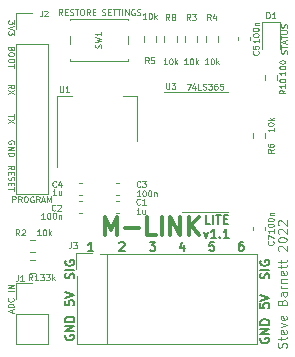
<source format=gbr>
%TF.GenerationSoftware,KiCad,Pcbnew,(6.0.2)*%
%TF.CreationDate,2022-09-28T21:47:16+01:00*%
%TF.ProjectId,m-link-lite,6d2d6c69-6e6b-42d6-9c69-74652e6b6963,rev?*%
%TF.SameCoordinates,Original*%
%TF.FileFunction,Legend,Top*%
%TF.FilePolarity,Positive*%
%FSLAX46Y46*%
G04 Gerber Fmt 4.6, Leading zero omitted, Abs format (unit mm)*
G04 Created by KiCad (PCBNEW (6.0.2)) date 2022-09-28 21:47:16*
%MOMM*%
%LPD*%
G01*
G04 APERTURE LIST*
%ADD10C,0.187500*%
%ADD11C,0.125000*%
%ADD12C,0.375000*%
%ADD13C,0.120000*%
G04 APERTURE END LIST*
D10*
X84125000Y-97071428D02*
X84089285Y-97142857D01*
X84089285Y-97250000D01*
X84125000Y-97357142D01*
X84196428Y-97428571D01*
X84267857Y-97464285D01*
X84410714Y-97500000D01*
X84517857Y-97500000D01*
X84660714Y-97464285D01*
X84732142Y-97428571D01*
X84803571Y-97357142D01*
X84839285Y-97250000D01*
X84839285Y-97178571D01*
X84803571Y-97071428D01*
X84767857Y-97035714D01*
X84517857Y-97035714D01*
X84517857Y-97178571D01*
X84839285Y-96714285D02*
X84089285Y-96714285D01*
X84839285Y-96285714D01*
X84089285Y-96285714D01*
X84839285Y-95928571D02*
X84089285Y-95928571D01*
X84089285Y-95750000D01*
X84125000Y-95642857D01*
X84196428Y-95571428D01*
X84267857Y-95535714D01*
X84410714Y-95500000D01*
X84517857Y-95500000D01*
X84660714Y-95535714D01*
X84732142Y-95571428D01*
X84803571Y-95642857D01*
X84839285Y-95750000D01*
X84839285Y-95928571D01*
D11*
X79773809Y-78369047D02*
X79773809Y-78654761D01*
X79273809Y-78511904D02*
X79773809Y-78511904D01*
X79773809Y-78773809D02*
X79273809Y-79107142D01*
X79773809Y-79107142D02*
X79273809Y-78773809D01*
D10*
X84089285Y-94142857D02*
X84089285Y-94500000D01*
X84446428Y-94535714D01*
X84410714Y-94500000D01*
X84375000Y-94428571D01*
X84375000Y-94250000D01*
X84410714Y-94178571D01*
X84446428Y-94142857D01*
X84517857Y-94107142D01*
X84696428Y-94107142D01*
X84767857Y-94142857D01*
X84803571Y-94178571D01*
X84839285Y-94250000D01*
X84839285Y-94428571D01*
X84803571Y-94500000D01*
X84767857Y-94535714D01*
X84089285Y-93892857D02*
X84839285Y-93642857D01*
X84089285Y-93392857D01*
X99142857Y-89189285D02*
X99000000Y-89189285D01*
X98928571Y-89225000D01*
X98892857Y-89260714D01*
X98821428Y-89367857D01*
X98785714Y-89510714D01*
X98785714Y-89796428D01*
X98821428Y-89867857D01*
X98857142Y-89903571D01*
X98928571Y-89939285D01*
X99071428Y-89939285D01*
X99142857Y-89903571D01*
X99178571Y-89867857D01*
X99214285Y-89796428D01*
X99214285Y-89617857D01*
X99178571Y-89546428D01*
X99142857Y-89510714D01*
X99071428Y-89475000D01*
X98928571Y-89475000D01*
X98857142Y-89510714D01*
X98821428Y-89546428D01*
X98785714Y-89617857D01*
D11*
X79273809Y-83023809D02*
X79511904Y-82857142D01*
X79273809Y-82738095D02*
X79773809Y-82738095D01*
X79773809Y-82928571D01*
X79750000Y-82976190D01*
X79726190Y-83000000D01*
X79678571Y-83023809D01*
X79607142Y-83023809D01*
X79559523Y-83000000D01*
X79535714Y-82976190D01*
X79511904Y-82928571D01*
X79511904Y-82738095D01*
X79535714Y-83238095D02*
X79535714Y-83404761D01*
X79273809Y-83476190D02*
X79273809Y-83238095D01*
X79773809Y-83238095D01*
X79773809Y-83476190D01*
X79297619Y-83666666D02*
X79273809Y-83738095D01*
X79273809Y-83857142D01*
X79297619Y-83904761D01*
X79321428Y-83928571D01*
X79369047Y-83952380D01*
X79416666Y-83952380D01*
X79464285Y-83928571D01*
X79488095Y-83904761D01*
X79511904Y-83857142D01*
X79535714Y-83761904D01*
X79559523Y-83714285D01*
X79583333Y-83690476D01*
X79630952Y-83666666D01*
X79678571Y-83666666D01*
X79726190Y-83690476D01*
X79750000Y-83714285D01*
X79773809Y-83761904D01*
X79773809Y-83880952D01*
X79750000Y-83952380D01*
X79535714Y-84166666D02*
X79535714Y-84333333D01*
X79273809Y-84404761D02*
X79273809Y-84166666D01*
X79773809Y-84166666D01*
X79773809Y-84404761D01*
X79773809Y-84547619D02*
X79773809Y-84833333D01*
X79273809Y-84690476D02*
X79773809Y-84690476D01*
X79273809Y-76166666D02*
X79511904Y-76000000D01*
X79273809Y-75880952D02*
X79773809Y-75880952D01*
X79773809Y-76071428D01*
X79750000Y-76119047D01*
X79726190Y-76142857D01*
X79678571Y-76166666D01*
X79607142Y-76166666D01*
X79559523Y-76142857D01*
X79535714Y-76119047D01*
X79511904Y-76071428D01*
X79511904Y-75880952D01*
X79773809Y-76333333D02*
X79273809Y-76666666D01*
X79773809Y-76666666D02*
X79273809Y-76333333D01*
D10*
X101303571Y-92267857D02*
X101339285Y-92160714D01*
X101339285Y-91982142D01*
X101303571Y-91910714D01*
X101267857Y-91875000D01*
X101196428Y-91839285D01*
X101125000Y-91839285D01*
X101053571Y-91875000D01*
X101017857Y-91910714D01*
X100982142Y-91982142D01*
X100946428Y-92125000D01*
X100910714Y-92196428D01*
X100875000Y-92232142D01*
X100803571Y-92267857D01*
X100732142Y-92267857D01*
X100660714Y-92232142D01*
X100625000Y-92196428D01*
X100589285Y-92125000D01*
X100589285Y-91946428D01*
X100625000Y-91839285D01*
X101339285Y-91517857D02*
X100589285Y-91517857D01*
X100625000Y-90767857D02*
X100589285Y-90839285D01*
X100589285Y-90946428D01*
X100625000Y-91053571D01*
X100696428Y-91125000D01*
X100767857Y-91160714D01*
X100910714Y-91196428D01*
X101017857Y-91196428D01*
X101160714Y-91160714D01*
X101232142Y-91125000D01*
X101303571Y-91053571D01*
X101339285Y-90946428D01*
X101339285Y-90875000D01*
X101303571Y-90767857D01*
X101267857Y-90732142D01*
X101017857Y-90732142D01*
X101017857Y-90875000D01*
X100625000Y-97321428D02*
X100589285Y-97392857D01*
X100589285Y-97500000D01*
X100625000Y-97607142D01*
X100696428Y-97678571D01*
X100767857Y-97714285D01*
X100910714Y-97750000D01*
X101017857Y-97750000D01*
X101160714Y-97714285D01*
X101232142Y-97678571D01*
X101303571Y-97607142D01*
X101339285Y-97500000D01*
X101339285Y-97428571D01*
X101303571Y-97321428D01*
X101267857Y-97285714D01*
X101017857Y-97285714D01*
X101017857Y-97428571D01*
X101339285Y-96964285D02*
X100589285Y-96964285D01*
X101339285Y-96535714D01*
X100589285Y-96535714D01*
X101339285Y-96178571D02*
X100589285Y-96178571D01*
X100589285Y-96000000D01*
X100625000Y-95892857D01*
X100696428Y-95821428D01*
X100767857Y-95785714D01*
X100910714Y-95750000D01*
X101017857Y-95750000D01*
X101160714Y-95785714D01*
X101232142Y-95821428D01*
X101303571Y-95892857D01*
X101339285Y-96000000D01*
X101339285Y-96178571D01*
X100589285Y-94392857D02*
X100589285Y-94750000D01*
X100946428Y-94785714D01*
X100910714Y-94750000D01*
X100875000Y-94678571D01*
X100875000Y-94500000D01*
X100910714Y-94428571D01*
X100946428Y-94392857D01*
X101017857Y-94357142D01*
X101196428Y-94357142D01*
X101267857Y-94392857D01*
X101303571Y-94428571D01*
X101339285Y-94500000D01*
X101339285Y-94678571D01*
X101303571Y-94750000D01*
X101267857Y-94785714D01*
X100589285Y-94142857D02*
X101339285Y-93892857D01*
X100589285Y-93642857D01*
D11*
X79535714Y-72821428D02*
X79511904Y-72892857D01*
X79488095Y-72916666D01*
X79440476Y-72940476D01*
X79369047Y-72940476D01*
X79321428Y-72916666D01*
X79297619Y-72892857D01*
X79273809Y-72845238D01*
X79273809Y-72654761D01*
X79773809Y-72654761D01*
X79773809Y-72821428D01*
X79750000Y-72869047D01*
X79726190Y-72892857D01*
X79678571Y-72916666D01*
X79630952Y-72916666D01*
X79583333Y-72892857D01*
X79559523Y-72869047D01*
X79535714Y-72821428D01*
X79535714Y-72654761D01*
X79773809Y-73250000D02*
X79773809Y-73345238D01*
X79750000Y-73392857D01*
X79702380Y-73440476D01*
X79607142Y-73464285D01*
X79440476Y-73464285D01*
X79345238Y-73440476D01*
X79297619Y-73392857D01*
X79273809Y-73345238D01*
X79273809Y-73250000D01*
X79297619Y-73202380D01*
X79345238Y-73154761D01*
X79440476Y-73130952D01*
X79607142Y-73130952D01*
X79702380Y-73154761D01*
X79750000Y-73202380D01*
X79773809Y-73250000D01*
X79773809Y-73773809D02*
X79773809Y-73869047D01*
X79750000Y-73916666D01*
X79702380Y-73964285D01*
X79607142Y-73988095D01*
X79440476Y-73988095D01*
X79345238Y-73964285D01*
X79297619Y-73916666D01*
X79273809Y-73869047D01*
X79273809Y-73773809D01*
X79297619Y-73726190D01*
X79345238Y-73678571D01*
X79440476Y-73654761D01*
X79607142Y-73654761D01*
X79702380Y-73678571D01*
X79750000Y-73726190D01*
X79773809Y-73773809D01*
X79773809Y-74130952D02*
X79773809Y-74416666D01*
X79273809Y-74273809D02*
X79773809Y-74273809D01*
X79773809Y-70429523D02*
X79773809Y-70739047D01*
X79583333Y-70572380D01*
X79583333Y-70643809D01*
X79559523Y-70691428D01*
X79535714Y-70715238D01*
X79488095Y-70739047D01*
X79369047Y-70739047D01*
X79321428Y-70715238D01*
X79297619Y-70691428D01*
X79273809Y-70643809D01*
X79273809Y-70500952D01*
X79297619Y-70453333D01*
X79321428Y-70429523D01*
X79773809Y-70881904D02*
X79273809Y-71048571D01*
X79773809Y-71215238D01*
X79773809Y-71334285D02*
X79773809Y-71643809D01*
X79583333Y-71477142D01*
X79583333Y-71548571D01*
X79559523Y-71596190D01*
X79535714Y-71620000D01*
X79488095Y-71643809D01*
X79369047Y-71643809D01*
X79321428Y-71620000D01*
X79297619Y-71596190D01*
X79273809Y-71548571D01*
X79273809Y-71405714D01*
X79297619Y-71358095D01*
X79321428Y-71334285D01*
X102803571Y-98142857D02*
X102839285Y-98035714D01*
X102839285Y-97857142D01*
X102803571Y-97785714D01*
X102767857Y-97750000D01*
X102696428Y-97714285D01*
X102625000Y-97714285D01*
X102553571Y-97750000D01*
X102517857Y-97785714D01*
X102482142Y-97857142D01*
X102446428Y-98000000D01*
X102410714Y-98071428D01*
X102375000Y-98107142D01*
X102303571Y-98142857D01*
X102232142Y-98142857D01*
X102160714Y-98107142D01*
X102125000Y-98071428D01*
X102089285Y-98000000D01*
X102089285Y-97821428D01*
X102125000Y-97714285D01*
X102339285Y-97500000D02*
X102339285Y-97214285D01*
X102089285Y-97392857D02*
X102732142Y-97392857D01*
X102803571Y-97357142D01*
X102839285Y-97285714D01*
X102839285Y-97214285D01*
X102803571Y-96678571D02*
X102839285Y-96750000D01*
X102839285Y-96892857D01*
X102803571Y-96964285D01*
X102732142Y-97000000D01*
X102446428Y-97000000D01*
X102375000Y-96964285D01*
X102339285Y-96892857D01*
X102339285Y-96750000D01*
X102375000Y-96678571D01*
X102446428Y-96642857D01*
X102517857Y-96642857D01*
X102589285Y-97000000D01*
X102339285Y-96392857D02*
X102839285Y-96214285D01*
X102339285Y-96035714D01*
X102803571Y-95464285D02*
X102839285Y-95535714D01*
X102839285Y-95678571D01*
X102803571Y-95750000D01*
X102732142Y-95785714D01*
X102446428Y-95785714D01*
X102375000Y-95750000D01*
X102339285Y-95678571D01*
X102339285Y-95535714D01*
X102375000Y-95464285D01*
X102446428Y-95428571D01*
X102517857Y-95428571D01*
X102589285Y-95785714D01*
X102446428Y-94285714D02*
X102482142Y-94178571D01*
X102517857Y-94142857D01*
X102589285Y-94107142D01*
X102696428Y-94107142D01*
X102767857Y-94142857D01*
X102803571Y-94178571D01*
X102839285Y-94250000D01*
X102839285Y-94535714D01*
X102089285Y-94535714D01*
X102089285Y-94285714D01*
X102125000Y-94214285D01*
X102160714Y-94178571D01*
X102232142Y-94142857D01*
X102303571Y-94142857D01*
X102375000Y-94178571D01*
X102410714Y-94214285D01*
X102446428Y-94285714D01*
X102446428Y-94535714D01*
X102839285Y-93464285D02*
X102446428Y-93464285D01*
X102375000Y-93500000D01*
X102339285Y-93571428D01*
X102339285Y-93714285D01*
X102375000Y-93785714D01*
X102803571Y-93464285D02*
X102839285Y-93535714D01*
X102839285Y-93714285D01*
X102803571Y-93785714D01*
X102732142Y-93821428D01*
X102660714Y-93821428D01*
X102589285Y-93785714D01*
X102553571Y-93714285D01*
X102553571Y-93535714D01*
X102517857Y-93464285D01*
X102839285Y-93107142D02*
X102339285Y-93107142D01*
X102482142Y-93107142D02*
X102410714Y-93071428D01*
X102375000Y-93035714D01*
X102339285Y-92964285D01*
X102339285Y-92892857D01*
X102339285Y-92642857D02*
X102839285Y-92642857D01*
X102410714Y-92642857D02*
X102375000Y-92607142D01*
X102339285Y-92535714D01*
X102339285Y-92428571D01*
X102375000Y-92357142D01*
X102446428Y-92321428D01*
X102839285Y-92321428D01*
X102803571Y-91678571D02*
X102839285Y-91750000D01*
X102839285Y-91892857D01*
X102803571Y-91964285D01*
X102732142Y-92000000D01*
X102446428Y-92000000D01*
X102375000Y-91964285D01*
X102339285Y-91892857D01*
X102339285Y-91750000D01*
X102375000Y-91678571D01*
X102446428Y-91642857D01*
X102517857Y-91642857D01*
X102589285Y-92000000D01*
X102339285Y-91428571D02*
X102339285Y-91142857D01*
X102089285Y-91321428D02*
X102732142Y-91321428D01*
X102803571Y-91285714D01*
X102839285Y-91214285D01*
X102839285Y-91142857D01*
X102339285Y-91000000D02*
X102339285Y-90714285D01*
X102089285Y-90892857D02*
X102732142Y-90892857D01*
X102803571Y-90857142D01*
X102839285Y-90785714D01*
X102839285Y-90714285D01*
X102160714Y-89928571D02*
X102125000Y-89892857D01*
X102089285Y-89821428D01*
X102089285Y-89642857D01*
X102125000Y-89571428D01*
X102160714Y-89535714D01*
X102232142Y-89500000D01*
X102303571Y-89500000D01*
X102410714Y-89535714D01*
X102839285Y-89964285D01*
X102839285Y-89500000D01*
X102089285Y-89035714D02*
X102089285Y-88964285D01*
X102125000Y-88892857D01*
X102160714Y-88857142D01*
X102232142Y-88821428D01*
X102375000Y-88785714D01*
X102553571Y-88785714D01*
X102696428Y-88821428D01*
X102767857Y-88857142D01*
X102803571Y-88892857D01*
X102839285Y-88964285D01*
X102839285Y-89035714D01*
X102803571Y-89107142D01*
X102767857Y-89142857D01*
X102696428Y-89178571D01*
X102553571Y-89214285D01*
X102375000Y-89214285D01*
X102232142Y-89178571D01*
X102160714Y-89142857D01*
X102125000Y-89107142D01*
X102089285Y-89035714D01*
X102160714Y-88500000D02*
X102125000Y-88464285D01*
X102089285Y-88392857D01*
X102089285Y-88214285D01*
X102125000Y-88142857D01*
X102160714Y-88107142D01*
X102232142Y-88071428D01*
X102303571Y-88071428D01*
X102410714Y-88107142D01*
X102839285Y-88535714D01*
X102839285Y-88071428D01*
X102160714Y-87785714D02*
X102125000Y-87750000D01*
X102089285Y-87678571D01*
X102089285Y-87500000D01*
X102125000Y-87428571D01*
X102160714Y-87392857D01*
X102232142Y-87357142D01*
X102303571Y-87357142D01*
X102410714Y-87392857D01*
X102839285Y-87821428D01*
X102839285Y-87357142D01*
X79750000Y-80869047D02*
X79773809Y-80821428D01*
X79773809Y-80750000D01*
X79750000Y-80678571D01*
X79702380Y-80630952D01*
X79654761Y-80607142D01*
X79559523Y-80583333D01*
X79488095Y-80583333D01*
X79392857Y-80607142D01*
X79345238Y-80630952D01*
X79297619Y-80678571D01*
X79273809Y-80750000D01*
X79273809Y-80797619D01*
X79297619Y-80869047D01*
X79321428Y-80892857D01*
X79488095Y-80892857D01*
X79488095Y-80797619D01*
X79273809Y-81107142D02*
X79773809Y-81107142D01*
X79273809Y-81392857D01*
X79773809Y-81392857D01*
X79273809Y-81630952D02*
X79773809Y-81630952D01*
X79773809Y-81750000D01*
X79750000Y-81821428D01*
X79702380Y-81869047D01*
X79654761Y-81892857D01*
X79559523Y-81916666D01*
X79488095Y-81916666D01*
X79392857Y-81892857D01*
X79345238Y-81869047D01*
X79297619Y-81821428D01*
X79273809Y-81750000D01*
X79273809Y-81630952D01*
D10*
X86464285Y-89939285D02*
X86035714Y-89939285D01*
X86250000Y-89939285D02*
X86250000Y-89189285D01*
X86178571Y-89296428D01*
X86107142Y-89367857D01*
X86035714Y-89403571D01*
X88685714Y-89260714D02*
X88721428Y-89225000D01*
X88792857Y-89189285D01*
X88971428Y-89189285D01*
X89042857Y-89225000D01*
X89078571Y-89260714D01*
X89114285Y-89332142D01*
X89114285Y-89403571D01*
X89078571Y-89510714D01*
X88650000Y-89939285D01*
X89114285Y-89939285D01*
X96678571Y-89189285D02*
X96321428Y-89189285D01*
X96285714Y-89546428D01*
X96321428Y-89510714D01*
X96392857Y-89475000D01*
X96571428Y-89475000D01*
X96642857Y-89510714D01*
X96678571Y-89546428D01*
X96714285Y-89617857D01*
X96714285Y-89796428D01*
X96678571Y-89867857D01*
X96642857Y-89903571D01*
X96571428Y-89939285D01*
X96392857Y-89939285D01*
X96321428Y-89903571D01*
X96285714Y-89867857D01*
X91250000Y-89189285D02*
X91714285Y-89189285D01*
X91464285Y-89475000D01*
X91571428Y-89475000D01*
X91642857Y-89510714D01*
X91678571Y-89546428D01*
X91714285Y-89617857D01*
X91714285Y-89796428D01*
X91678571Y-89867857D01*
X91642857Y-89903571D01*
X91571428Y-89939285D01*
X91357142Y-89939285D01*
X91285714Y-89903571D01*
X91250000Y-89867857D01*
X96328571Y-87635535D02*
X95971428Y-87635535D01*
X95971428Y-86885535D01*
X96578571Y-87635535D02*
X96578571Y-86885535D01*
X96828571Y-86885535D02*
X97257142Y-86885535D01*
X97042857Y-87635535D02*
X97042857Y-86885535D01*
X97507142Y-87242678D02*
X97757142Y-87242678D01*
X97864285Y-87635535D02*
X97507142Y-87635535D01*
X97507142Y-86885535D01*
X97864285Y-86885535D01*
X95828571Y-88343035D02*
X96007142Y-88843035D01*
X96185714Y-88343035D01*
X96864285Y-88843035D02*
X96435714Y-88843035D01*
X96650000Y-88843035D02*
X96650000Y-88093035D01*
X96578571Y-88200178D01*
X96507142Y-88271607D01*
X96435714Y-88307321D01*
X97185714Y-88771607D02*
X97221428Y-88807321D01*
X97185714Y-88843035D01*
X97150000Y-88807321D01*
X97185714Y-88771607D01*
X97185714Y-88843035D01*
X97935714Y-88843035D02*
X97507142Y-88843035D01*
X97721428Y-88843035D02*
X97721428Y-88093035D01*
X97650000Y-88200178D01*
X97578571Y-88271607D01*
X97507142Y-88307321D01*
X84803571Y-92267857D02*
X84839285Y-92160714D01*
X84839285Y-91982142D01*
X84803571Y-91910714D01*
X84767857Y-91875000D01*
X84696428Y-91839285D01*
X84625000Y-91839285D01*
X84553571Y-91875000D01*
X84517857Y-91910714D01*
X84482142Y-91982142D01*
X84446428Y-92125000D01*
X84410714Y-92196428D01*
X84375000Y-92232142D01*
X84303571Y-92267857D01*
X84232142Y-92267857D01*
X84160714Y-92232142D01*
X84125000Y-92196428D01*
X84089285Y-92125000D01*
X84089285Y-91946428D01*
X84125000Y-91839285D01*
X84839285Y-91517857D02*
X84089285Y-91517857D01*
X84125000Y-90767857D02*
X84089285Y-90839285D01*
X84089285Y-90946428D01*
X84125000Y-91053571D01*
X84196428Y-91125000D01*
X84267857Y-91160714D01*
X84410714Y-91196428D01*
X84517857Y-91196428D01*
X84660714Y-91160714D01*
X84732142Y-91125000D01*
X84803571Y-91053571D01*
X84839285Y-90946428D01*
X84839285Y-90875000D01*
X84803571Y-90767857D01*
X84767857Y-90732142D01*
X84517857Y-90732142D01*
X84517857Y-90875000D01*
X94142857Y-89439285D02*
X94142857Y-89939285D01*
X93964285Y-89153571D02*
X93785714Y-89689285D01*
X94250000Y-89689285D01*
D12*
X87471428Y-88578571D02*
X87471428Y-87078571D01*
X87971428Y-88150000D01*
X88471428Y-87078571D01*
X88471428Y-88578571D01*
X89185714Y-88007142D02*
X90328571Y-88007142D01*
X91757142Y-88578571D02*
X91042857Y-88578571D01*
X91042857Y-87078571D01*
X92257142Y-88578571D02*
X92257142Y-87078571D01*
X92971428Y-88578571D02*
X92971428Y-87078571D01*
X93828571Y-88578571D01*
X93828571Y-87078571D01*
X94542857Y-88578571D02*
X94542857Y-87078571D01*
X95400000Y-88578571D02*
X94757142Y-87721428D01*
X95400000Y-87078571D02*
X94542857Y-87935714D01*
D11*
%TO.C,R8*%
X92916666Y-70401190D02*
X92750000Y-70163095D01*
X92630952Y-70401190D02*
X92630952Y-69901190D01*
X92821428Y-69901190D01*
X92869047Y-69925000D01*
X92892857Y-69948809D01*
X92916666Y-69996428D01*
X92916666Y-70067857D01*
X92892857Y-70115476D01*
X92869047Y-70139285D01*
X92821428Y-70163095D01*
X92630952Y-70163095D01*
X93202380Y-70115476D02*
X93154761Y-70091666D01*
X93130952Y-70067857D01*
X93107142Y-70020238D01*
X93107142Y-69996428D01*
X93130952Y-69948809D01*
X93154761Y-69925000D01*
X93202380Y-69901190D01*
X93297619Y-69901190D01*
X93345238Y-69925000D01*
X93369047Y-69948809D01*
X93392857Y-69996428D01*
X93392857Y-70020238D01*
X93369047Y-70067857D01*
X93345238Y-70091666D01*
X93297619Y-70115476D01*
X93202380Y-70115476D01*
X93154761Y-70139285D01*
X93130952Y-70163095D01*
X93107142Y-70210714D01*
X93107142Y-70305952D01*
X93130952Y-70353571D01*
X93154761Y-70377380D01*
X93202380Y-70401190D01*
X93297619Y-70401190D01*
X93345238Y-70377380D01*
X93369047Y-70353571D01*
X93392857Y-70305952D01*
X93392857Y-70210714D01*
X93369047Y-70163095D01*
X93345238Y-70139285D01*
X93297619Y-70115476D01*
X92702380Y-74151190D02*
X92416666Y-74151190D01*
X92559523Y-74151190D02*
X92559523Y-73651190D01*
X92511904Y-73722619D01*
X92464285Y-73770238D01*
X92416666Y-73794047D01*
X93011904Y-73651190D02*
X93059523Y-73651190D01*
X93107142Y-73675000D01*
X93130952Y-73698809D01*
X93154761Y-73746428D01*
X93178571Y-73841666D01*
X93178571Y-73960714D01*
X93154761Y-74055952D01*
X93130952Y-74103571D01*
X93107142Y-74127380D01*
X93059523Y-74151190D01*
X93011904Y-74151190D01*
X92964285Y-74127380D01*
X92940476Y-74103571D01*
X92916666Y-74055952D01*
X92892857Y-73960714D01*
X92892857Y-73841666D01*
X92916666Y-73746428D01*
X92940476Y-73698809D01*
X92964285Y-73675000D01*
X93011904Y-73651190D01*
X93392857Y-74151190D02*
X93392857Y-73651190D01*
X93440476Y-73960714D02*
X93583333Y-74151190D01*
X93583333Y-73817857D02*
X93392857Y-74008333D01*
%TO.C,R1*%
X81316666Y-92426190D02*
X81150000Y-92188095D01*
X81030952Y-92426190D02*
X81030952Y-91926190D01*
X81221428Y-91926190D01*
X81269047Y-91950000D01*
X81292857Y-91973809D01*
X81316666Y-92021428D01*
X81316666Y-92092857D01*
X81292857Y-92140476D01*
X81269047Y-92164285D01*
X81221428Y-92188095D01*
X81030952Y-92188095D01*
X81792857Y-92426190D02*
X81507142Y-92426190D01*
X81650000Y-92426190D02*
X81650000Y-91926190D01*
X81602380Y-91997619D01*
X81554761Y-92045238D01*
X81507142Y-92069047D01*
X81992857Y-91926190D02*
X82302380Y-91926190D01*
X82135714Y-92116666D01*
X82207142Y-92116666D01*
X82254761Y-92140476D01*
X82278571Y-92164285D01*
X82302380Y-92211904D01*
X82302380Y-92330952D01*
X82278571Y-92378571D01*
X82254761Y-92402380D01*
X82207142Y-92426190D01*
X82064285Y-92426190D01*
X82016666Y-92402380D01*
X81992857Y-92378571D01*
X82469047Y-91926190D02*
X82778571Y-91926190D01*
X82611904Y-92116666D01*
X82683333Y-92116666D01*
X82730952Y-92140476D01*
X82754761Y-92164285D01*
X82778571Y-92211904D01*
X82778571Y-92330952D01*
X82754761Y-92378571D01*
X82730952Y-92402380D01*
X82683333Y-92426190D01*
X82540476Y-92426190D01*
X82492857Y-92402380D01*
X82469047Y-92378571D01*
X82992857Y-92426190D02*
X82992857Y-91926190D01*
X83040476Y-92235714D02*
X83183333Y-92426190D01*
X83183333Y-92092857D02*
X82992857Y-92283333D01*
%TO.C,U1*%
X83639047Y-75976190D02*
X83639047Y-76380952D01*
X83662857Y-76428571D01*
X83686666Y-76452380D01*
X83734285Y-76476190D01*
X83829523Y-76476190D01*
X83877142Y-76452380D01*
X83900952Y-76428571D01*
X83924761Y-76380952D01*
X83924761Y-75976190D01*
X84424761Y-76476190D02*
X84139047Y-76476190D01*
X84281904Y-76476190D02*
X84281904Y-75976190D01*
X84234285Y-76047619D01*
X84186666Y-76095238D01*
X84139047Y-76119047D01*
%TO.C,D1*%
X101130952Y-70226190D02*
X101130952Y-69726190D01*
X101250000Y-69726190D01*
X101321428Y-69750000D01*
X101369047Y-69797619D01*
X101392857Y-69845238D01*
X101416666Y-69940476D01*
X101416666Y-70011904D01*
X101392857Y-70107142D01*
X101369047Y-70154761D01*
X101321428Y-70202380D01*
X101250000Y-70226190D01*
X101130952Y-70226190D01*
X101892857Y-70226190D02*
X101607142Y-70226190D01*
X101750000Y-70226190D02*
X101750000Y-69726190D01*
X101702380Y-69797619D01*
X101654761Y-69845238D01*
X101607142Y-69869047D01*
X102852380Y-73238095D02*
X102876190Y-73166666D01*
X102876190Y-73047619D01*
X102852380Y-73000000D01*
X102828571Y-72976190D01*
X102780952Y-72952380D01*
X102733333Y-72952380D01*
X102685714Y-72976190D01*
X102661904Y-73000000D01*
X102638095Y-73047619D01*
X102614285Y-73142857D01*
X102590476Y-73190476D01*
X102566666Y-73214285D01*
X102519047Y-73238095D01*
X102471428Y-73238095D01*
X102423809Y-73214285D01*
X102400000Y-73190476D01*
X102376190Y-73142857D01*
X102376190Y-73023809D01*
X102400000Y-72952380D01*
X102376190Y-72809523D02*
X102376190Y-72523809D01*
X102876190Y-72666666D02*
X102376190Y-72666666D01*
X102733333Y-72380952D02*
X102733333Y-72142857D01*
X102876190Y-72428571D02*
X102376190Y-72261904D01*
X102876190Y-72095238D01*
X102376190Y-72000000D02*
X102376190Y-71714285D01*
X102876190Y-71857142D02*
X102376190Y-71857142D01*
X102376190Y-71547619D02*
X102780952Y-71547619D01*
X102828571Y-71523809D01*
X102852380Y-71500000D01*
X102876190Y-71452380D01*
X102876190Y-71357142D01*
X102852380Y-71309523D01*
X102828571Y-71285714D01*
X102780952Y-71261904D01*
X102376190Y-71261904D01*
X102852380Y-71047619D02*
X102876190Y-70976190D01*
X102876190Y-70857142D01*
X102852380Y-70809523D01*
X102828571Y-70785714D01*
X102780952Y-70761904D01*
X102733333Y-70761904D01*
X102685714Y-70785714D01*
X102661904Y-70809523D01*
X102638095Y-70857142D01*
X102614285Y-70952380D01*
X102590476Y-71000000D01*
X102566666Y-71023809D01*
X102519047Y-71047619D01*
X102471428Y-71047619D01*
X102423809Y-71023809D01*
X102400000Y-71000000D01*
X102376190Y-70952380D01*
X102376190Y-70833333D01*
X102400000Y-70761904D01*
%TO.C,SW1*%
X87127380Y-72741666D02*
X87151190Y-72670238D01*
X87151190Y-72551190D01*
X87127380Y-72503571D01*
X87103571Y-72479761D01*
X87055952Y-72455952D01*
X87008333Y-72455952D01*
X86960714Y-72479761D01*
X86936904Y-72503571D01*
X86913095Y-72551190D01*
X86889285Y-72646428D01*
X86865476Y-72694047D01*
X86841666Y-72717857D01*
X86794047Y-72741666D01*
X86746428Y-72741666D01*
X86698809Y-72717857D01*
X86675000Y-72694047D01*
X86651190Y-72646428D01*
X86651190Y-72527380D01*
X86675000Y-72455952D01*
X86651190Y-72289285D02*
X87151190Y-72170238D01*
X86794047Y-72075000D01*
X87151190Y-71979761D01*
X86651190Y-71860714D01*
X87151190Y-71408333D02*
X87151190Y-71694047D01*
X87151190Y-71551190D02*
X86651190Y-71551190D01*
X86722619Y-71598809D01*
X86770238Y-71646428D01*
X86794047Y-71694047D01*
X83857142Y-69976190D02*
X83690476Y-69738095D01*
X83571428Y-69976190D02*
X83571428Y-69476190D01*
X83761904Y-69476190D01*
X83809523Y-69500000D01*
X83833333Y-69523809D01*
X83857142Y-69571428D01*
X83857142Y-69642857D01*
X83833333Y-69690476D01*
X83809523Y-69714285D01*
X83761904Y-69738095D01*
X83571428Y-69738095D01*
X84071428Y-69714285D02*
X84238095Y-69714285D01*
X84309523Y-69976190D02*
X84071428Y-69976190D01*
X84071428Y-69476190D01*
X84309523Y-69476190D01*
X84500000Y-69952380D02*
X84571428Y-69976190D01*
X84690476Y-69976190D01*
X84738095Y-69952380D01*
X84761904Y-69928571D01*
X84785714Y-69880952D01*
X84785714Y-69833333D01*
X84761904Y-69785714D01*
X84738095Y-69761904D01*
X84690476Y-69738095D01*
X84595238Y-69714285D01*
X84547619Y-69690476D01*
X84523809Y-69666666D01*
X84500000Y-69619047D01*
X84500000Y-69571428D01*
X84523809Y-69523809D01*
X84547619Y-69500000D01*
X84595238Y-69476190D01*
X84714285Y-69476190D01*
X84785714Y-69500000D01*
X84928571Y-69476190D02*
X85214285Y-69476190D01*
X85071428Y-69976190D02*
X85071428Y-69476190D01*
X85476190Y-69476190D02*
X85571428Y-69476190D01*
X85619047Y-69500000D01*
X85666666Y-69547619D01*
X85690476Y-69642857D01*
X85690476Y-69809523D01*
X85666666Y-69904761D01*
X85619047Y-69952380D01*
X85571428Y-69976190D01*
X85476190Y-69976190D01*
X85428571Y-69952380D01*
X85380952Y-69904761D01*
X85357142Y-69809523D01*
X85357142Y-69642857D01*
X85380952Y-69547619D01*
X85428571Y-69500000D01*
X85476190Y-69476190D01*
X86190476Y-69976190D02*
X86023809Y-69738095D01*
X85904761Y-69976190D02*
X85904761Y-69476190D01*
X86095238Y-69476190D01*
X86142857Y-69500000D01*
X86166666Y-69523809D01*
X86190476Y-69571428D01*
X86190476Y-69642857D01*
X86166666Y-69690476D01*
X86142857Y-69714285D01*
X86095238Y-69738095D01*
X85904761Y-69738095D01*
X86404761Y-69714285D02*
X86571428Y-69714285D01*
X86642857Y-69976190D02*
X86404761Y-69976190D01*
X86404761Y-69476190D01*
X86642857Y-69476190D01*
X87214285Y-69952380D02*
X87285714Y-69976190D01*
X87404761Y-69976190D01*
X87452380Y-69952380D01*
X87476190Y-69928571D01*
X87500000Y-69880952D01*
X87500000Y-69833333D01*
X87476190Y-69785714D01*
X87452380Y-69761904D01*
X87404761Y-69738095D01*
X87309523Y-69714285D01*
X87261904Y-69690476D01*
X87238095Y-69666666D01*
X87214285Y-69619047D01*
X87214285Y-69571428D01*
X87238095Y-69523809D01*
X87261904Y-69500000D01*
X87309523Y-69476190D01*
X87428571Y-69476190D01*
X87500000Y-69500000D01*
X87714285Y-69714285D02*
X87880952Y-69714285D01*
X87952380Y-69976190D02*
X87714285Y-69976190D01*
X87714285Y-69476190D01*
X87952380Y-69476190D01*
X88095238Y-69476190D02*
X88380952Y-69476190D01*
X88238095Y-69976190D02*
X88238095Y-69476190D01*
X88476190Y-69476190D02*
X88761904Y-69476190D01*
X88619047Y-69976190D02*
X88619047Y-69476190D01*
X88928571Y-69976190D02*
X88928571Y-69476190D01*
X89166666Y-69976190D02*
X89166666Y-69476190D01*
X89452380Y-69976190D01*
X89452380Y-69476190D01*
X89952380Y-69500000D02*
X89904761Y-69476190D01*
X89833333Y-69476190D01*
X89761904Y-69500000D01*
X89714285Y-69547619D01*
X89690476Y-69595238D01*
X89666666Y-69690476D01*
X89666666Y-69761904D01*
X89690476Y-69857142D01*
X89714285Y-69904761D01*
X89761904Y-69952380D01*
X89833333Y-69976190D01*
X89880952Y-69976190D01*
X89952380Y-69952380D01*
X89976190Y-69928571D01*
X89976190Y-69761904D01*
X89880952Y-69761904D01*
X90166666Y-69952380D02*
X90238095Y-69976190D01*
X90357142Y-69976190D01*
X90404761Y-69952380D01*
X90428571Y-69928571D01*
X90452380Y-69880952D01*
X90452380Y-69833333D01*
X90428571Y-69785714D01*
X90404761Y-69761904D01*
X90357142Y-69738095D01*
X90261904Y-69714285D01*
X90214285Y-69690476D01*
X90190476Y-69666666D01*
X90166666Y-69619047D01*
X90166666Y-69571428D01*
X90190476Y-69523809D01*
X90214285Y-69500000D01*
X90261904Y-69476190D01*
X90380952Y-69476190D01*
X90452380Y-69500000D01*
%TO.C,C1*%
X90416666Y-85978571D02*
X90392857Y-86002380D01*
X90321428Y-86026190D01*
X90273809Y-86026190D01*
X90202380Y-86002380D01*
X90154761Y-85954761D01*
X90130952Y-85907142D01*
X90107142Y-85811904D01*
X90107142Y-85740476D01*
X90130952Y-85645238D01*
X90154761Y-85597619D01*
X90202380Y-85550000D01*
X90273809Y-85526190D01*
X90321428Y-85526190D01*
X90392857Y-85550000D01*
X90416666Y-85573809D01*
X90892857Y-86026190D02*
X90607142Y-86026190D01*
X90750000Y-86026190D02*
X90750000Y-85526190D01*
X90702380Y-85597619D01*
X90654761Y-85645238D01*
X90607142Y-85669047D01*
X90416666Y-86826190D02*
X90130952Y-86826190D01*
X90273809Y-86826190D02*
X90273809Y-86326190D01*
X90226190Y-86397619D01*
X90178571Y-86445238D01*
X90130952Y-86469047D01*
X90845238Y-86492857D02*
X90845238Y-86826190D01*
X90630952Y-86492857D02*
X90630952Y-86754761D01*
X90654761Y-86802380D01*
X90702380Y-86826190D01*
X90773809Y-86826190D01*
X90821428Y-86802380D01*
X90845238Y-86778571D01*
%TO.C,C3*%
X90441666Y-84478571D02*
X90417857Y-84502380D01*
X90346428Y-84526190D01*
X90298809Y-84526190D01*
X90227380Y-84502380D01*
X90179761Y-84454761D01*
X90155952Y-84407142D01*
X90132142Y-84311904D01*
X90132142Y-84240476D01*
X90155952Y-84145238D01*
X90179761Y-84097619D01*
X90227380Y-84050000D01*
X90298809Y-84026190D01*
X90346428Y-84026190D01*
X90417857Y-84050000D01*
X90441666Y-84073809D01*
X90608333Y-84026190D02*
X90917857Y-84026190D01*
X90751190Y-84216666D01*
X90822619Y-84216666D01*
X90870238Y-84240476D01*
X90894047Y-84264285D01*
X90917857Y-84311904D01*
X90917857Y-84430952D01*
X90894047Y-84478571D01*
X90870238Y-84502380D01*
X90822619Y-84526190D01*
X90679761Y-84526190D01*
X90632142Y-84502380D01*
X90608333Y-84478571D01*
X90440476Y-85326190D02*
X90154761Y-85326190D01*
X90297619Y-85326190D02*
X90297619Y-84826190D01*
X90250000Y-84897619D01*
X90202380Y-84945238D01*
X90154761Y-84969047D01*
X90750000Y-84826190D02*
X90797619Y-84826190D01*
X90845238Y-84850000D01*
X90869047Y-84873809D01*
X90892857Y-84921428D01*
X90916666Y-85016666D01*
X90916666Y-85135714D01*
X90892857Y-85230952D01*
X90869047Y-85278571D01*
X90845238Y-85302380D01*
X90797619Y-85326190D01*
X90750000Y-85326190D01*
X90702380Y-85302380D01*
X90678571Y-85278571D01*
X90654761Y-85230952D01*
X90630952Y-85135714D01*
X90630952Y-85016666D01*
X90654761Y-84921428D01*
X90678571Y-84873809D01*
X90702380Y-84850000D01*
X90750000Y-84826190D01*
X91226190Y-84826190D02*
X91273809Y-84826190D01*
X91321428Y-84850000D01*
X91345238Y-84873809D01*
X91369047Y-84921428D01*
X91392857Y-85016666D01*
X91392857Y-85135714D01*
X91369047Y-85230952D01*
X91345238Y-85278571D01*
X91321428Y-85302380D01*
X91273809Y-85326190D01*
X91226190Y-85326190D01*
X91178571Y-85302380D01*
X91154761Y-85278571D01*
X91130952Y-85230952D01*
X91107142Y-85135714D01*
X91107142Y-85016666D01*
X91130952Y-84921428D01*
X91154761Y-84873809D01*
X91178571Y-84850000D01*
X91226190Y-84826190D01*
X91607142Y-84992857D02*
X91607142Y-85326190D01*
X91607142Y-85040476D02*
X91630952Y-85016666D01*
X91678571Y-84992857D01*
X91750000Y-84992857D01*
X91797619Y-85016666D01*
X91821428Y-85064285D01*
X91821428Y-85326190D01*
%TO.C,C7*%
X101678571Y-89133333D02*
X101702380Y-89157142D01*
X101726190Y-89228571D01*
X101726190Y-89276190D01*
X101702380Y-89347619D01*
X101654761Y-89395238D01*
X101607142Y-89419047D01*
X101511904Y-89442857D01*
X101440476Y-89442857D01*
X101345238Y-89419047D01*
X101297619Y-89395238D01*
X101250000Y-89347619D01*
X101226190Y-89276190D01*
X101226190Y-89228571D01*
X101250000Y-89157142D01*
X101273809Y-89133333D01*
X101226190Y-88966666D02*
X101226190Y-88633333D01*
X101726190Y-88847619D01*
X101726190Y-88109523D02*
X101726190Y-88395238D01*
X101726190Y-88252380D02*
X101226190Y-88252380D01*
X101297619Y-88300000D01*
X101345238Y-88347619D01*
X101369047Y-88395238D01*
X101226190Y-87800000D02*
X101226190Y-87752380D01*
X101250000Y-87704761D01*
X101273809Y-87680952D01*
X101321428Y-87657142D01*
X101416666Y-87633333D01*
X101535714Y-87633333D01*
X101630952Y-87657142D01*
X101678571Y-87680952D01*
X101702380Y-87704761D01*
X101726190Y-87752380D01*
X101726190Y-87800000D01*
X101702380Y-87847619D01*
X101678571Y-87871428D01*
X101630952Y-87895238D01*
X101535714Y-87919047D01*
X101416666Y-87919047D01*
X101321428Y-87895238D01*
X101273809Y-87871428D01*
X101250000Y-87847619D01*
X101226190Y-87800000D01*
X101226190Y-87323809D02*
X101226190Y-87276190D01*
X101250000Y-87228571D01*
X101273809Y-87204761D01*
X101321428Y-87180952D01*
X101416666Y-87157142D01*
X101535714Y-87157142D01*
X101630952Y-87180952D01*
X101678571Y-87204761D01*
X101702380Y-87228571D01*
X101726190Y-87276190D01*
X101726190Y-87323809D01*
X101702380Y-87371428D01*
X101678571Y-87395238D01*
X101630952Y-87419047D01*
X101535714Y-87442857D01*
X101416666Y-87442857D01*
X101321428Y-87419047D01*
X101273809Y-87395238D01*
X101250000Y-87371428D01*
X101226190Y-87323809D01*
X101392857Y-86942857D02*
X101726190Y-86942857D01*
X101440476Y-86942857D02*
X101416666Y-86919047D01*
X101392857Y-86871428D01*
X101392857Y-86800000D01*
X101416666Y-86752380D01*
X101464285Y-86728571D01*
X101726190Y-86728571D01*
%TO.C,U3*%
X92619047Y-75726190D02*
X92619047Y-76130952D01*
X92642857Y-76178571D01*
X92666666Y-76202380D01*
X92714285Y-76226190D01*
X92809523Y-76226190D01*
X92857142Y-76202380D01*
X92880952Y-76178571D01*
X92904761Y-76130952D01*
X92904761Y-75726190D01*
X93095238Y-75726190D02*
X93404761Y-75726190D01*
X93238095Y-75916666D01*
X93309523Y-75916666D01*
X93357142Y-75940476D01*
X93380952Y-75964285D01*
X93404761Y-76011904D01*
X93404761Y-76130952D01*
X93380952Y-76178571D01*
X93357142Y-76202380D01*
X93309523Y-76226190D01*
X93166666Y-76226190D01*
X93119047Y-76202380D01*
X93095238Y-76178571D01*
X94365476Y-75781190D02*
X94698809Y-75781190D01*
X94484523Y-76281190D01*
X95103571Y-75947857D02*
X95103571Y-76281190D01*
X94984523Y-75757380D02*
X94865476Y-76114523D01*
X95175000Y-76114523D01*
X95603571Y-76281190D02*
X95365476Y-76281190D01*
X95365476Y-75781190D01*
X95746428Y-76257380D02*
X95817857Y-76281190D01*
X95936904Y-76281190D01*
X95984523Y-76257380D01*
X96008333Y-76233571D01*
X96032142Y-76185952D01*
X96032142Y-76138333D01*
X96008333Y-76090714D01*
X95984523Y-76066904D01*
X95936904Y-76043095D01*
X95841666Y-76019285D01*
X95794047Y-75995476D01*
X95770238Y-75971666D01*
X95746428Y-75924047D01*
X95746428Y-75876428D01*
X95770238Y-75828809D01*
X95794047Y-75805000D01*
X95841666Y-75781190D01*
X95960714Y-75781190D01*
X96032142Y-75805000D01*
X96198809Y-75781190D02*
X96508333Y-75781190D01*
X96341666Y-75971666D01*
X96413095Y-75971666D01*
X96460714Y-75995476D01*
X96484523Y-76019285D01*
X96508333Y-76066904D01*
X96508333Y-76185952D01*
X96484523Y-76233571D01*
X96460714Y-76257380D01*
X96413095Y-76281190D01*
X96270238Y-76281190D01*
X96222619Y-76257380D01*
X96198809Y-76233571D01*
X96936904Y-75781190D02*
X96841666Y-75781190D01*
X96794047Y-75805000D01*
X96770238Y-75828809D01*
X96722619Y-75900238D01*
X96698809Y-75995476D01*
X96698809Y-76185952D01*
X96722619Y-76233571D01*
X96746428Y-76257380D01*
X96794047Y-76281190D01*
X96889285Y-76281190D01*
X96936904Y-76257380D01*
X96960714Y-76233571D01*
X96984523Y-76185952D01*
X96984523Y-76066904D01*
X96960714Y-76019285D01*
X96936904Y-75995476D01*
X96889285Y-75971666D01*
X96794047Y-75971666D01*
X96746428Y-75995476D01*
X96722619Y-76019285D01*
X96698809Y-76066904D01*
X97436904Y-75781190D02*
X97198809Y-75781190D01*
X97175000Y-76019285D01*
X97198809Y-75995476D01*
X97246428Y-75971666D01*
X97365476Y-75971666D01*
X97413095Y-75995476D01*
X97436904Y-76019285D01*
X97460714Y-76066904D01*
X97460714Y-76185952D01*
X97436904Y-76233571D01*
X97413095Y-76257380D01*
X97365476Y-76281190D01*
X97246428Y-76281190D01*
X97198809Y-76257380D01*
X97175000Y-76233571D01*
%TO.C,J3*%
X84583333Y-89226190D02*
X84583333Y-89583333D01*
X84559523Y-89654761D01*
X84511904Y-89702380D01*
X84440476Y-89726190D01*
X84392857Y-89726190D01*
X84773809Y-89226190D02*
X85083333Y-89226190D01*
X84916666Y-89416666D01*
X84988095Y-89416666D01*
X85035714Y-89440476D01*
X85059523Y-89464285D01*
X85083333Y-89511904D01*
X85083333Y-89630952D01*
X85059523Y-89678571D01*
X85035714Y-89702380D01*
X84988095Y-89726190D01*
X84845238Y-89726190D01*
X84797619Y-89702380D01*
X84773809Y-89678571D01*
%TO.C,C4*%
X83316666Y-84478571D02*
X83292857Y-84502380D01*
X83221428Y-84526190D01*
X83173809Y-84526190D01*
X83102380Y-84502380D01*
X83054761Y-84454761D01*
X83030952Y-84407142D01*
X83007142Y-84311904D01*
X83007142Y-84240476D01*
X83030952Y-84145238D01*
X83054761Y-84097619D01*
X83102380Y-84050000D01*
X83173809Y-84026190D01*
X83221428Y-84026190D01*
X83292857Y-84050000D01*
X83316666Y-84073809D01*
X83745238Y-84192857D02*
X83745238Y-84526190D01*
X83626190Y-84002380D02*
X83507142Y-84359523D01*
X83816666Y-84359523D01*
X83316666Y-85226190D02*
X83030952Y-85226190D01*
X83173809Y-85226190D02*
X83173809Y-84726190D01*
X83126190Y-84797619D01*
X83078571Y-84845238D01*
X83030952Y-84869047D01*
X83745238Y-84892857D02*
X83745238Y-85226190D01*
X83530952Y-84892857D02*
X83530952Y-85154761D01*
X83554761Y-85202380D01*
X83602380Y-85226190D01*
X83673809Y-85226190D01*
X83721428Y-85202380D01*
X83745238Y-85178571D01*
%TO.C,R10*%
X102726190Y-76321428D02*
X102488095Y-76488095D01*
X102726190Y-76607142D02*
X102226190Y-76607142D01*
X102226190Y-76416666D01*
X102250000Y-76369047D01*
X102273809Y-76345238D01*
X102321428Y-76321428D01*
X102392857Y-76321428D01*
X102440476Y-76345238D01*
X102464285Y-76369047D01*
X102488095Y-76416666D01*
X102488095Y-76607142D01*
X102726190Y-75845238D02*
X102726190Y-76130952D01*
X102726190Y-75988095D02*
X102226190Y-75988095D01*
X102297619Y-76035714D01*
X102345238Y-76083333D01*
X102369047Y-76130952D01*
X102226190Y-75535714D02*
X102226190Y-75488095D01*
X102250000Y-75440476D01*
X102273809Y-75416666D01*
X102321428Y-75392857D01*
X102416666Y-75369047D01*
X102535714Y-75369047D01*
X102630952Y-75392857D01*
X102678571Y-75416666D01*
X102702380Y-75440476D01*
X102726190Y-75488095D01*
X102726190Y-75535714D01*
X102702380Y-75583333D01*
X102678571Y-75607142D01*
X102630952Y-75630952D01*
X102535714Y-75654761D01*
X102416666Y-75654761D01*
X102321428Y-75630952D01*
X102273809Y-75607142D01*
X102250000Y-75583333D01*
X102226190Y-75535714D01*
X102726190Y-74758333D02*
X102726190Y-75044047D01*
X102726190Y-74901190D02*
X102226190Y-74901190D01*
X102297619Y-74948809D01*
X102345238Y-74996428D01*
X102369047Y-75044047D01*
X102226190Y-74448809D02*
X102226190Y-74401190D01*
X102250000Y-74353571D01*
X102273809Y-74329761D01*
X102321428Y-74305952D01*
X102416666Y-74282142D01*
X102535714Y-74282142D01*
X102630952Y-74305952D01*
X102678571Y-74329761D01*
X102702380Y-74353571D01*
X102726190Y-74401190D01*
X102726190Y-74448809D01*
X102702380Y-74496428D01*
X102678571Y-74520238D01*
X102630952Y-74544047D01*
X102535714Y-74567857D01*
X102416666Y-74567857D01*
X102321428Y-74544047D01*
X102273809Y-74520238D01*
X102250000Y-74496428D01*
X102226190Y-74448809D01*
X102226190Y-73972619D02*
X102226190Y-73925000D01*
X102250000Y-73877380D01*
X102273809Y-73853571D01*
X102321428Y-73829761D01*
X102416666Y-73805952D01*
X102535714Y-73805952D01*
X102630952Y-73829761D01*
X102678571Y-73853571D01*
X102702380Y-73877380D01*
X102726190Y-73925000D01*
X102726190Y-73972619D01*
X102702380Y-74020238D01*
X102678571Y-74044047D01*
X102630952Y-74067857D01*
X102535714Y-74091666D01*
X102416666Y-74091666D01*
X102321428Y-74067857D01*
X102273809Y-74044047D01*
X102250000Y-74020238D01*
X102226190Y-73972619D01*
%TO.C,R4*%
X96391666Y-70401190D02*
X96225000Y-70163095D01*
X96105952Y-70401190D02*
X96105952Y-69901190D01*
X96296428Y-69901190D01*
X96344047Y-69925000D01*
X96367857Y-69948809D01*
X96391666Y-69996428D01*
X96391666Y-70067857D01*
X96367857Y-70115476D01*
X96344047Y-70139285D01*
X96296428Y-70163095D01*
X96105952Y-70163095D01*
X96820238Y-70067857D02*
X96820238Y-70401190D01*
X96701190Y-69877380D02*
X96582142Y-70234523D01*
X96891666Y-70234523D01*
X96202380Y-74151190D02*
X95916666Y-74151190D01*
X96059523Y-74151190D02*
X96059523Y-73651190D01*
X96011904Y-73722619D01*
X95964285Y-73770238D01*
X95916666Y-73794047D01*
X96511904Y-73651190D02*
X96559523Y-73651190D01*
X96607142Y-73675000D01*
X96630952Y-73698809D01*
X96654761Y-73746428D01*
X96678571Y-73841666D01*
X96678571Y-73960714D01*
X96654761Y-74055952D01*
X96630952Y-74103571D01*
X96607142Y-74127380D01*
X96559523Y-74151190D01*
X96511904Y-74151190D01*
X96464285Y-74127380D01*
X96440476Y-74103571D01*
X96416666Y-74055952D01*
X96392857Y-73960714D01*
X96392857Y-73841666D01*
X96416666Y-73746428D01*
X96440476Y-73698809D01*
X96464285Y-73675000D01*
X96511904Y-73651190D01*
X96892857Y-74151190D02*
X96892857Y-73651190D01*
X96940476Y-73960714D02*
X97083333Y-74151190D01*
X97083333Y-73817857D02*
X96892857Y-74008333D01*
%TO.C,J2*%
X82113333Y-69596190D02*
X82113333Y-69953333D01*
X82089523Y-70024761D01*
X82041904Y-70072380D01*
X81970476Y-70096190D01*
X81922857Y-70096190D01*
X82327619Y-69643809D02*
X82351428Y-69620000D01*
X82399047Y-69596190D01*
X82518095Y-69596190D01*
X82565714Y-69620000D01*
X82589523Y-69643809D01*
X82613333Y-69691428D01*
X82613333Y-69739047D01*
X82589523Y-69810476D01*
X82303809Y-70096190D01*
X82613333Y-70096190D01*
X79607142Y-85826190D02*
X79607142Y-85326190D01*
X79797619Y-85326190D01*
X79845238Y-85350000D01*
X79869047Y-85373809D01*
X79892857Y-85421428D01*
X79892857Y-85492857D01*
X79869047Y-85540476D01*
X79845238Y-85564285D01*
X79797619Y-85588095D01*
X79607142Y-85588095D01*
X80392857Y-85826190D02*
X80226190Y-85588095D01*
X80107142Y-85826190D02*
X80107142Y-85326190D01*
X80297619Y-85326190D01*
X80345238Y-85350000D01*
X80369047Y-85373809D01*
X80392857Y-85421428D01*
X80392857Y-85492857D01*
X80369047Y-85540476D01*
X80345238Y-85564285D01*
X80297619Y-85588095D01*
X80107142Y-85588095D01*
X80702380Y-85326190D02*
X80797619Y-85326190D01*
X80845238Y-85350000D01*
X80892857Y-85397619D01*
X80916666Y-85492857D01*
X80916666Y-85659523D01*
X80892857Y-85754761D01*
X80845238Y-85802380D01*
X80797619Y-85826190D01*
X80702380Y-85826190D01*
X80654761Y-85802380D01*
X80607142Y-85754761D01*
X80583333Y-85659523D01*
X80583333Y-85492857D01*
X80607142Y-85397619D01*
X80654761Y-85350000D01*
X80702380Y-85326190D01*
X81392857Y-85350000D02*
X81345238Y-85326190D01*
X81273809Y-85326190D01*
X81202380Y-85350000D01*
X81154761Y-85397619D01*
X81130952Y-85445238D01*
X81107142Y-85540476D01*
X81107142Y-85611904D01*
X81130952Y-85707142D01*
X81154761Y-85754761D01*
X81202380Y-85802380D01*
X81273809Y-85826190D01*
X81321428Y-85826190D01*
X81392857Y-85802380D01*
X81416666Y-85778571D01*
X81416666Y-85611904D01*
X81321428Y-85611904D01*
X81916666Y-85826190D02*
X81750000Y-85588095D01*
X81630952Y-85826190D02*
X81630952Y-85326190D01*
X81821428Y-85326190D01*
X81869047Y-85350000D01*
X81892857Y-85373809D01*
X81916666Y-85421428D01*
X81916666Y-85492857D01*
X81892857Y-85540476D01*
X81869047Y-85564285D01*
X81821428Y-85588095D01*
X81630952Y-85588095D01*
X82107142Y-85683333D02*
X82345238Y-85683333D01*
X82059523Y-85826190D02*
X82226190Y-85326190D01*
X82392857Y-85826190D01*
X82559523Y-85826190D02*
X82559523Y-85326190D01*
X82726190Y-85683333D01*
X82892857Y-85326190D01*
X82892857Y-85826190D01*
%TO.C,R3*%
X94666666Y-70401190D02*
X94500000Y-70163095D01*
X94380952Y-70401190D02*
X94380952Y-69901190D01*
X94571428Y-69901190D01*
X94619047Y-69925000D01*
X94642857Y-69948809D01*
X94666666Y-69996428D01*
X94666666Y-70067857D01*
X94642857Y-70115476D01*
X94619047Y-70139285D01*
X94571428Y-70163095D01*
X94380952Y-70163095D01*
X94833333Y-69901190D02*
X95142857Y-69901190D01*
X94976190Y-70091666D01*
X95047619Y-70091666D01*
X95095238Y-70115476D01*
X95119047Y-70139285D01*
X95142857Y-70186904D01*
X95142857Y-70305952D01*
X95119047Y-70353571D01*
X95095238Y-70377380D01*
X95047619Y-70401190D01*
X94904761Y-70401190D01*
X94857142Y-70377380D01*
X94833333Y-70353571D01*
X94452380Y-74151190D02*
X94166666Y-74151190D01*
X94309523Y-74151190D02*
X94309523Y-73651190D01*
X94261904Y-73722619D01*
X94214285Y-73770238D01*
X94166666Y-73794047D01*
X94761904Y-73651190D02*
X94809523Y-73651190D01*
X94857142Y-73675000D01*
X94880952Y-73698809D01*
X94904761Y-73746428D01*
X94928571Y-73841666D01*
X94928571Y-73960714D01*
X94904761Y-74055952D01*
X94880952Y-74103571D01*
X94857142Y-74127380D01*
X94809523Y-74151190D01*
X94761904Y-74151190D01*
X94714285Y-74127380D01*
X94690476Y-74103571D01*
X94666666Y-74055952D01*
X94642857Y-73960714D01*
X94642857Y-73841666D01*
X94666666Y-73746428D01*
X94690476Y-73698809D01*
X94714285Y-73675000D01*
X94761904Y-73651190D01*
X95142857Y-74151190D02*
X95142857Y-73651190D01*
X95190476Y-73960714D02*
X95333333Y-74151190D01*
X95333333Y-73817857D02*
X95142857Y-74008333D01*
%TO.C,C5*%
X100428571Y-73033333D02*
X100452380Y-73057142D01*
X100476190Y-73128571D01*
X100476190Y-73176190D01*
X100452380Y-73247619D01*
X100404761Y-73295238D01*
X100357142Y-73319047D01*
X100261904Y-73342857D01*
X100190476Y-73342857D01*
X100095238Y-73319047D01*
X100047619Y-73295238D01*
X100000000Y-73247619D01*
X99976190Y-73176190D01*
X99976190Y-73128571D01*
X100000000Y-73057142D01*
X100023809Y-73033333D01*
X99976190Y-72580952D02*
X99976190Y-72819047D01*
X100214285Y-72842857D01*
X100190476Y-72819047D01*
X100166666Y-72771428D01*
X100166666Y-72652380D01*
X100190476Y-72604761D01*
X100214285Y-72580952D01*
X100261904Y-72557142D01*
X100380952Y-72557142D01*
X100428571Y-72580952D01*
X100452380Y-72604761D01*
X100476190Y-72652380D01*
X100476190Y-72771428D01*
X100452380Y-72819047D01*
X100428571Y-72842857D01*
X100476190Y-72009523D02*
X100476190Y-72295238D01*
X100476190Y-72152380D02*
X99976190Y-72152380D01*
X100047619Y-72200000D01*
X100095238Y-72247619D01*
X100119047Y-72295238D01*
X99976190Y-71700000D02*
X99976190Y-71652380D01*
X100000000Y-71604761D01*
X100023809Y-71580952D01*
X100071428Y-71557142D01*
X100166666Y-71533333D01*
X100285714Y-71533333D01*
X100380952Y-71557142D01*
X100428571Y-71580952D01*
X100452380Y-71604761D01*
X100476190Y-71652380D01*
X100476190Y-71700000D01*
X100452380Y-71747619D01*
X100428571Y-71771428D01*
X100380952Y-71795238D01*
X100285714Y-71819047D01*
X100166666Y-71819047D01*
X100071428Y-71795238D01*
X100023809Y-71771428D01*
X100000000Y-71747619D01*
X99976190Y-71700000D01*
X99976190Y-71223809D02*
X99976190Y-71176190D01*
X100000000Y-71128571D01*
X100023809Y-71104761D01*
X100071428Y-71080952D01*
X100166666Y-71057142D01*
X100285714Y-71057142D01*
X100380952Y-71080952D01*
X100428571Y-71104761D01*
X100452380Y-71128571D01*
X100476190Y-71176190D01*
X100476190Y-71223809D01*
X100452380Y-71271428D01*
X100428571Y-71295238D01*
X100380952Y-71319047D01*
X100285714Y-71342857D01*
X100166666Y-71342857D01*
X100071428Y-71319047D01*
X100023809Y-71295238D01*
X100000000Y-71271428D01*
X99976190Y-71223809D01*
X100142857Y-70842857D02*
X100476190Y-70842857D01*
X100190476Y-70842857D02*
X100166666Y-70819047D01*
X100142857Y-70771428D01*
X100142857Y-70700000D01*
X100166666Y-70652380D01*
X100214285Y-70628571D01*
X100476190Y-70628571D01*
%TO.C,C2*%
X83241666Y-86478571D02*
X83217857Y-86502380D01*
X83146428Y-86526190D01*
X83098809Y-86526190D01*
X83027380Y-86502380D01*
X82979761Y-86454761D01*
X82955952Y-86407142D01*
X82932142Y-86311904D01*
X82932142Y-86240476D01*
X82955952Y-86145238D01*
X82979761Y-86097619D01*
X83027380Y-86050000D01*
X83098809Y-86026190D01*
X83146428Y-86026190D01*
X83217857Y-86050000D01*
X83241666Y-86073809D01*
X83432142Y-86073809D02*
X83455952Y-86050000D01*
X83503571Y-86026190D01*
X83622619Y-86026190D01*
X83670238Y-86050000D01*
X83694047Y-86073809D01*
X83717857Y-86121428D01*
X83717857Y-86169047D01*
X83694047Y-86240476D01*
X83408333Y-86526190D01*
X83717857Y-86526190D01*
X82365476Y-87226190D02*
X82079761Y-87226190D01*
X82222619Y-87226190D02*
X82222619Y-86726190D01*
X82175000Y-86797619D01*
X82127380Y-86845238D01*
X82079761Y-86869047D01*
X82675000Y-86726190D02*
X82722619Y-86726190D01*
X82770238Y-86750000D01*
X82794047Y-86773809D01*
X82817857Y-86821428D01*
X82841666Y-86916666D01*
X82841666Y-87035714D01*
X82817857Y-87130952D01*
X82794047Y-87178571D01*
X82770238Y-87202380D01*
X82722619Y-87226190D01*
X82675000Y-87226190D01*
X82627380Y-87202380D01*
X82603571Y-87178571D01*
X82579761Y-87130952D01*
X82555952Y-87035714D01*
X82555952Y-86916666D01*
X82579761Y-86821428D01*
X82603571Y-86773809D01*
X82627380Y-86750000D01*
X82675000Y-86726190D01*
X83151190Y-86726190D02*
X83198809Y-86726190D01*
X83246428Y-86750000D01*
X83270238Y-86773809D01*
X83294047Y-86821428D01*
X83317857Y-86916666D01*
X83317857Y-87035714D01*
X83294047Y-87130952D01*
X83270238Y-87178571D01*
X83246428Y-87202380D01*
X83198809Y-87226190D01*
X83151190Y-87226190D01*
X83103571Y-87202380D01*
X83079761Y-87178571D01*
X83055952Y-87130952D01*
X83032142Y-87035714D01*
X83032142Y-86916666D01*
X83055952Y-86821428D01*
X83079761Y-86773809D01*
X83103571Y-86750000D01*
X83151190Y-86726190D01*
X83532142Y-86892857D02*
X83532142Y-87226190D01*
X83532142Y-86940476D02*
X83555952Y-86916666D01*
X83603571Y-86892857D01*
X83675000Y-86892857D01*
X83722619Y-86916666D01*
X83746428Y-86964285D01*
X83746428Y-87226190D01*
%TO.C,R6*%
X101726190Y-81333333D02*
X101488095Y-81500000D01*
X101726190Y-81619047D02*
X101226190Y-81619047D01*
X101226190Y-81428571D01*
X101250000Y-81380952D01*
X101273809Y-81357142D01*
X101321428Y-81333333D01*
X101392857Y-81333333D01*
X101440476Y-81357142D01*
X101464285Y-81380952D01*
X101488095Y-81428571D01*
X101488095Y-81619047D01*
X101226190Y-80904761D02*
X101226190Y-81000000D01*
X101250000Y-81047619D01*
X101273809Y-81071428D01*
X101345238Y-81119047D01*
X101440476Y-81142857D01*
X101630952Y-81142857D01*
X101678571Y-81119047D01*
X101702380Y-81095238D01*
X101726190Y-81047619D01*
X101726190Y-80952380D01*
X101702380Y-80904761D01*
X101678571Y-80880952D01*
X101630952Y-80857142D01*
X101511904Y-80857142D01*
X101464285Y-80880952D01*
X101440476Y-80904761D01*
X101416666Y-80952380D01*
X101416666Y-81047619D01*
X101440476Y-81095238D01*
X101464285Y-81119047D01*
X101511904Y-81142857D01*
X101726190Y-79547619D02*
X101726190Y-79833333D01*
X101726190Y-79690476D02*
X101226190Y-79690476D01*
X101297619Y-79738095D01*
X101345238Y-79785714D01*
X101369047Y-79833333D01*
X101226190Y-79238095D02*
X101226190Y-79190476D01*
X101250000Y-79142857D01*
X101273809Y-79119047D01*
X101321428Y-79095238D01*
X101416666Y-79071428D01*
X101535714Y-79071428D01*
X101630952Y-79095238D01*
X101678571Y-79119047D01*
X101702380Y-79142857D01*
X101726190Y-79190476D01*
X101726190Y-79238095D01*
X101702380Y-79285714D01*
X101678571Y-79309523D01*
X101630952Y-79333333D01*
X101535714Y-79357142D01*
X101416666Y-79357142D01*
X101321428Y-79333333D01*
X101273809Y-79309523D01*
X101250000Y-79285714D01*
X101226190Y-79238095D01*
X101726190Y-78857142D02*
X101226190Y-78857142D01*
X101535714Y-78809523D02*
X101726190Y-78666666D01*
X101392857Y-78666666D02*
X101583333Y-78857142D01*
%TO.C,J1*%
X80083333Y-91976190D02*
X80083333Y-92333333D01*
X80059523Y-92404761D01*
X80011904Y-92452380D01*
X79940476Y-92476190D01*
X79892857Y-92476190D01*
X80583333Y-92476190D02*
X80297619Y-92476190D01*
X80440476Y-92476190D02*
X80440476Y-91976190D01*
X80392857Y-92047619D01*
X80345238Y-92095238D01*
X80297619Y-92119047D01*
X79583333Y-95170476D02*
X79583333Y-94932380D01*
X79726190Y-95218095D02*
X79226190Y-95051428D01*
X79726190Y-94884761D01*
X79726190Y-94718095D02*
X79226190Y-94718095D01*
X79226190Y-94599047D01*
X79250000Y-94527619D01*
X79297619Y-94480000D01*
X79345238Y-94456190D01*
X79440476Y-94432380D01*
X79511904Y-94432380D01*
X79607142Y-94456190D01*
X79654761Y-94480000D01*
X79702380Y-94527619D01*
X79726190Y-94599047D01*
X79726190Y-94718095D01*
X79678571Y-93932380D02*
X79702380Y-93956190D01*
X79726190Y-94027619D01*
X79726190Y-94075238D01*
X79702380Y-94146666D01*
X79654761Y-94194285D01*
X79607142Y-94218095D01*
X79511904Y-94241904D01*
X79440476Y-94241904D01*
X79345238Y-94218095D01*
X79297619Y-94194285D01*
X79250000Y-94146666D01*
X79226190Y-94075238D01*
X79226190Y-94027619D01*
X79250000Y-93956190D01*
X79273809Y-93932380D01*
X79726190Y-93337142D02*
X79226190Y-93337142D01*
X79726190Y-93099047D02*
X79226190Y-93099047D01*
X79726190Y-92813333D01*
X79226190Y-92813333D01*
%TO.C,R2*%
X80216666Y-88626190D02*
X80050000Y-88388095D01*
X79930952Y-88626190D02*
X79930952Y-88126190D01*
X80121428Y-88126190D01*
X80169047Y-88150000D01*
X80192857Y-88173809D01*
X80216666Y-88221428D01*
X80216666Y-88292857D01*
X80192857Y-88340476D01*
X80169047Y-88364285D01*
X80121428Y-88388095D01*
X79930952Y-88388095D01*
X80407142Y-88173809D02*
X80430952Y-88150000D01*
X80478571Y-88126190D01*
X80597619Y-88126190D01*
X80645238Y-88150000D01*
X80669047Y-88173809D01*
X80692857Y-88221428D01*
X80692857Y-88269047D01*
X80669047Y-88340476D01*
X80383333Y-88626190D01*
X80692857Y-88626190D01*
X82002380Y-88626190D02*
X81716666Y-88626190D01*
X81859523Y-88626190D02*
X81859523Y-88126190D01*
X81811904Y-88197619D01*
X81764285Y-88245238D01*
X81716666Y-88269047D01*
X82311904Y-88126190D02*
X82359523Y-88126190D01*
X82407142Y-88150000D01*
X82430952Y-88173809D01*
X82454761Y-88221428D01*
X82478571Y-88316666D01*
X82478571Y-88435714D01*
X82454761Y-88530952D01*
X82430952Y-88578571D01*
X82407142Y-88602380D01*
X82359523Y-88626190D01*
X82311904Y-88626190D01*
X82264285Y-88602380D01*
X82240476Y-88578571D01*
X82216666Y-88530952D01*
X82192857Y-88435714D01*
X82192857Y-88316666D01*
X82216666Y-88221428D01*
X82240476Y-88173809D01*
X82264285Y-88150000D01*
X82311904Y-88126190D01*
X82692857Y-88626190D02*
X82692857Y-88126190D01*
X82740476Y-88435714D02*
X82883333Y-88626190D01*
X82883333Y-88292857D02*
X82692857Y-88483333D01*
%TO.C,R5*%
X91166666Y-74051190D02*
X91000000Y-73813095D01*
X90880952Y-74051190D02*
X90880952Y-73551190D01*
X91071428Y-73551190D01*
X91119047Y-73575000D01*
X91142857Y-73598809D01*
X91166666Y-73646428D01*
X91166666Y-73717857D01*
X91142857Y-73765476D01*
X91119047Y-73789285D01*
X91071428Y-73813095D01*
X90880952Y-73813095D01*
X91619047Y-73551190D02*
X91380952Y-73551190D01*
X91357142Y-73789285D01*
X91380952Y-73765476D01*
X91428571Y-73741666D01*
X91547619Y-73741666D01*
X91595238Y-73765476D01*
X91619047Y-73789285D01*
X91642857Y-73836904D01*
X91642857Y-73955952D01*
X91619047Y-74003571D01*
X91595238Y-74027380D01*
X91547619Y-74051190D01*
X91428571Y-74051190D01*
X91380952Y-74027380D01*
X91357142Y-74003571D01*
X90952380Y-70301190D02*
X90666666Y-70301190D01*
X90809523Y-70301190D02*
X90809523Y-69801190D01*
X90761904Y-69872619D01*
X90714285Y-69920238D01*
X90666666Y-69944047D01*
X91261904Y-69801190D02*
X91309523Y-69801190D01*
X91357142Y-69825000D01*
X91380952Y-69848809D01*
X91404761Y-69896428D01*
X91428571Y-69991666D01*
X91428571Y-70110714D01*
X91404761Y-70205952D01*
X91380952Y-70253571D01*
X91357142Y-70277380D01*
X91309523Y-70301190D01*
X91261904Y-70301190D01*
X91214285Y-70277380D01*
X91190476Y-70253571D01*
X91166666Y-70205952D01*
X91142857Y-70110714D01*
X91142857Y-69991666D01*
X91166666Y-69896428D01*
X91190476Y-69848809D01*
X91214285Y-69825000D01*
X91261904Y-69801190D01*
X91642857Y-70301190D02*
X91642857Y-69801190D01*
X91690476Y-70110714D02*
X91833333Y-70301190D01*
X91833333Y-69967857D02*
X91642857Y-70158333D01*
D13*
%TO.C,R8*%
X92477500Y-71762742D02*
X92477500Y-72237258D01*
X93522500Y-71762742D02*
X93522500Y-72237258D01*
%TO.C,R1*%
X81087742Y-91772500D02*
X81562258Y-91772500D01*
X81087742Y-90727500D02*
X81562258Y-90727500D01*
%TO.C,U1*%
X83390000Y-82850000D02*
X83390000Y-76840000D01*
X90210000Y-76840000D02*
X88950000Y-76840000D01*
X90210000Y-80600000D02*
X90210000Y-76840000D01*
X83390000Y-76840000D02*
X84650000Y-76840000D01*
%TO.C,D1*%
X102235000Y-72837500D02*
X102235000Y-70552500D01*
X102235000Y-70552500D02*
X100765000Y-70552500D01*
X100765000Y-70552500D02*
X100765000Y-72837500D01*
%TO.C,SW1*%
X89375000Y-72425000D02*
X89375000Y-71725000D01*
X89375000Y-73825000D02*
X89375000Y-73725000D01*
X89375000Y-70325000D02*
X84475000Y-70325000D01*
X84475000Y-70325000D02*
X84475000Y-70425000D01*
X84475000Y-73825000D02*
X84475000Y-73725000D01*
X84475000Y-72425000D02*
X84475000Y-71725000D01*
X84475000Y-73825000D02*
X89375000Y-73825000D01*
X89375000Y-70425000D02*
X89375000Y-70325000D01*
%TO.C,C1*%
X88359420Y-85690000D02*
X88640580Y-85690000D01*
X88359420Y-86710000D02*
X88640580Y-86710000D01*
%TO.C,C3*%
X88359420Y-85210000D02*
X88640580Y-85210000D01*
X88359420Y-84190000D02*
X88640580Y-84190000D01*
%TO.C,C7*%
X99990000Y-87884420D02*
X99990000Y-88165580D01*
X101010000Y-87884420D02*
X101010000Y-88165580D01*
%TO.C,U3*%
X95925000Y-76495000D02*
X92475000Y-76495000D01*
X95925000Y-86615000D02*
X93975000Y-86615000D01*
X95925000Y-86615000D02*
X97875000Y-86615000D01*
X95925000Y-76495000D02*
X97875000Y-76495000D01*
%TO.C,J3*%
X87630000Y-97790000D02*
X87630000Y-90170000D01*
X100330000Y-97790000D02*
X100330000Y-90170000D01*
X85030000Y-90110000D02*
X85030000Y-91440000D01*
X86360000Y-90110000D02*
X85030000Y-90110000D01*
X100330000Y-90170000D02*
X86995000Y-90170000D01*
X100330000Y-97790000D02*
X85090000Y-97790000D01*
X85090000Y-97790000D02*
X85090000Y-92075000D01*
%TO.C,C4*%
X85540580Y-85210000D02*
X85259420Y-85210000D01*
X85540580Y-84190000D02*
X85259420Y-84190000D01*
%TO.C,R10*%
X100977500Y-75487258D02*
X100977500Y-75012742D01*
X102022500Y-75487258D02*
X102022500Y-75012742D01*
%TO.C,R4*%
X95977500Y-71762742D02*
X95977500Y-72237258D01*
X97022500Y-71762742D02*
X97022500Y-72237258D01*
%TO.C,J2*%
X79950000Y-72390000D02*
X82610000Y-72390000D01*
X82610000Y-72390000D02*
X82610000Y-85150000D01*
X79950000Y-69790000D02*
X81280000Y-69790000D01*
X79950000Y-71120000D02*
X79950000Y-69790000D01*
X79950000Y-72390000D02*
X79950000Y-85150000D01*
X79950000Y-85150000D02*
X82610000Y-85150000D01*
%TO.C,R3*%
X95272500Y-71762742D02*
X95272500Y-72237258D01*
X94227500Y-71762742D02*
X94227500Y-72237258D01*
%TO.C,C5*%
X99760000Y-71834420D02*
X99760000Y-72115580D01*
X98740000Y-71834420D02*
X98740000Y-72115580D01*
%TO.C,C2*%
X85540580Y-86710000D02*
X85259420Y-86710000D01*
X85540580Y-85690000D02*
X85259420Y-85690000D01*
%TO.C,R6*%
X99977500Y-80412258D02*
X99977500Y-79937742D01*
X101022500Y-80412258D02*
X101022500Y-79937742D01*
%TO.C,J1*%
X79950000Y-92650000D02*
X81280000Y-92650000D01*
X79950000Y-95250000D02*
X82610000Y-95250000D01*
X79950000Y-95250000D02*
X79950000Y-97850000D01*
X82610000Y-95250000D02*
X82610000Y-97850000D01*
X79950000Y-97850000D02*
X82610000Y-97850000D01*
X79950000Y-93980000D02*
X79950000Y-92650000D01*
%TO.C,R2*%
X81562258Y-88977500D02*
X81087742Y-88977500D01*
X81562258Y-90022500D02*
X81087742Y-90022500D01*
%TO.C,R5*%
X90727500Y-72237258D02*
X90727500Y-71762742D01*
X91772500Y-72237258D02*
X91772500Y-71762742D01*
%TD*%
M02*

</source>
